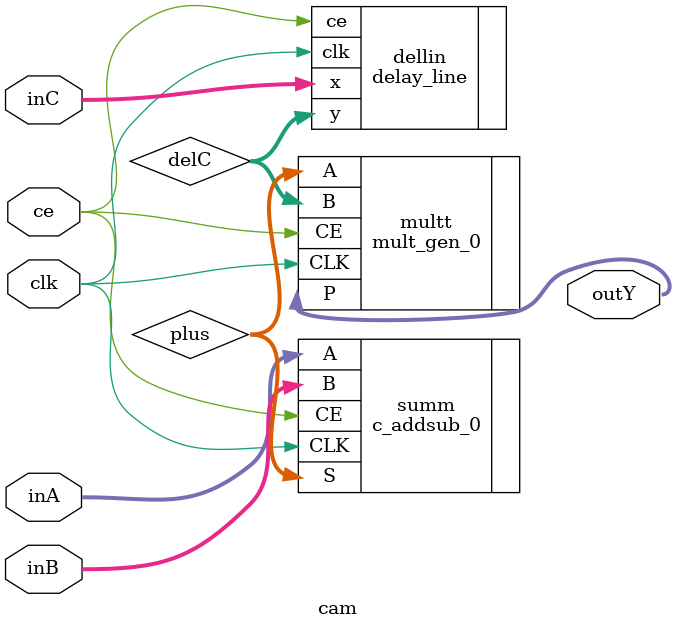
<source format=v>
`timescale 1ns / 1ps


module cam #
(
 parameter N = 12
)
(
    input clk,
    input ce,
    input signed [N-1:0] inA,
    input signed [N-1:0] inB,
    input signed [N-1:0] inC,
    output signed [2*N:0] outY
);

wire signed [N-1:0] plus;
wire signed [N-1:0] delC;

c_addsub_0 summ
(
    .A(inA),
    .B(inB),
    .CLK(clk),
    .CE(ce),
    .S(plus)
);

delay_line #
(
    .N(N),
    .DELAY(2)
)
dellin
(
    .clk(clk),
    .x(inC),
    .y(delC),
    .ce(ce)
);

mult_gen_0 multt
(
    .CLK(clk),
    .CE(ce),
    .A(plus),
    .B(delC),
    .P(outY)
);

endmodule

</source>
